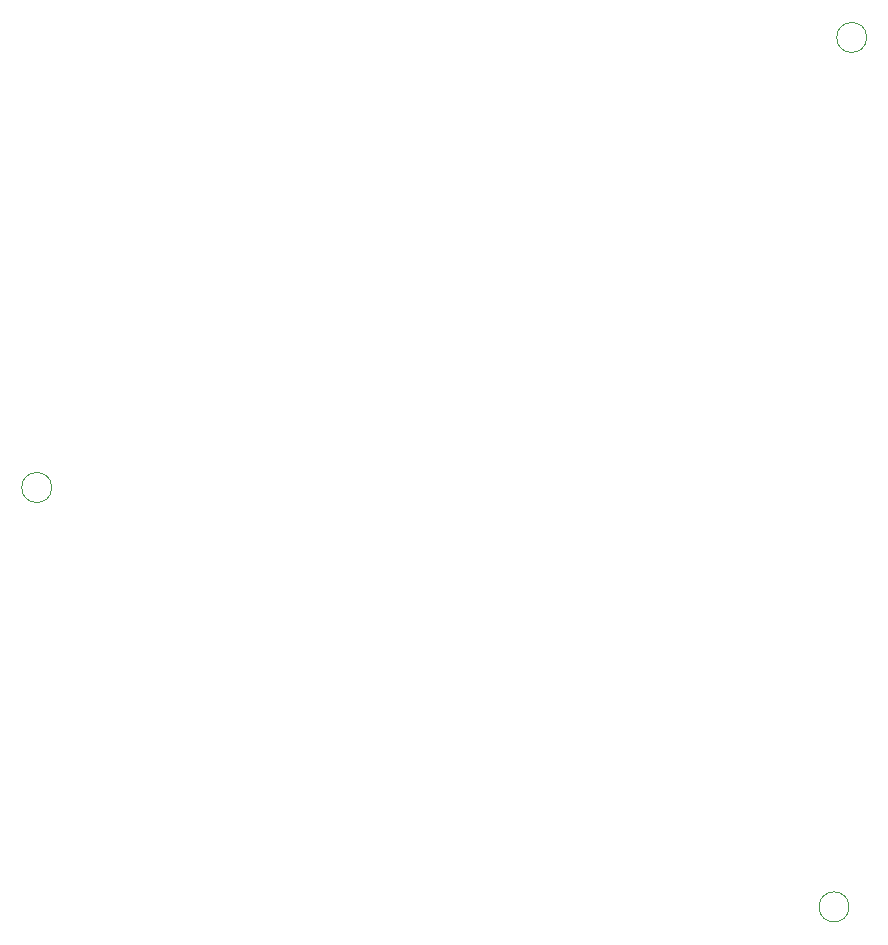
<source format=gbr>
%TF.GenerationSoftware,KiCad,Pcbnew,7.0.10*%
%TF.CreationDate,2024-02-11T22:44:29-05:00*%
%TF.ProjectId,basement_outer,62617365-6d65-46e7-945f-6f757465722e,rev?*%
%TF.SameCoordinates,Original*%
%TF.FileFunction,Legend,Top*%
%TF.FilePolarity,Positive*%
%FSLAX46Y46*%
G04 Gerber Fmt 4.6, Leading zero omitted, Abs format (unit mm)*
G04 Created by KiCad (PCBNEW 7.0.10) date 2024-02-11 22:44:29*
%MOMM*%
%LPD*%
G01*
G04 APERTURE LIST*
%ADD10C,0.100000*%
G04 APERTURE END LIST*
D10*
%TO.C,J103*%
X71770000Y-85507000D02*
G75*
G03*
X69230000Y-85507000I-1270000J0D01*
G01*
X69230000Y-85507000D02*
G75*
G03*
X71770000Y-85507000I1270000J0D01*
G01*
%TO.C,J102*%
X73270000Y-11895000D02*
G75*
G03*
X70730000Y-11895000I-1270000J0D01*
G01*
X70730000Y-11895000D02*
G75*
G03*
X73270000Y-11895000I1270000J0D01*
G01*
%TO.C,J101*%
X4270000Y-50000000D02*
G75*
G03*
X1730000Y-50000000I-1270000J0D01*
G01*
X1730000Y-50000000D02*
G75*
G03*
X4270000Y-50000000I1270000J0D01*
G01*
%TD*%
M02*

</source>
